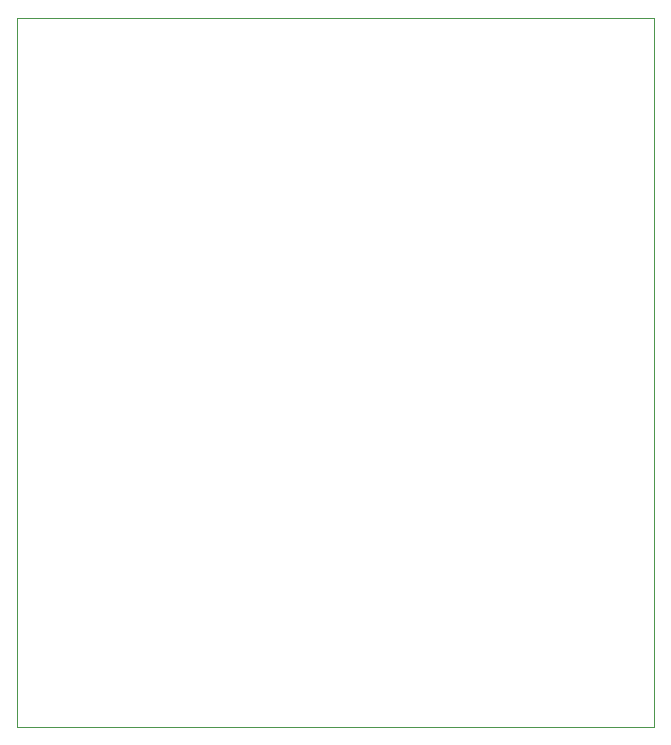
<source format=gbr>
%TF.GenerationSoftware,KiCad,Pcbnew,8.0.2-8.0.2-0~ubuntu22.04.1*%
%TF.CreationDate,2024-05-27T12:02:15+10:00*%
%TF.ProjectId,podal_1590b,706f6461-6c5f-4313-9539-30622e6b6963,0.3*%
%TF.SameCoordinates,Original*%
%TF.FileFunction,Profile,NP*%
%FSLAX46Y46*%
G04 Gerber Fmt 4.6, Leading zero omitted, Abs format (unit mm)*
G04 Created by KiCad (PCBNEW 8.0.2-8.0.2-0~ubuntu22.04.1) date 2024-05-27 12:02:15*
%MOMM*%
%LPD*%
G01*
G04 APERTURE LIST*
%TA.AperFunction,Profile*%
%ADD10C,0.100000*%
%TD*%
G04 APERTURE END LIST*
D10*
X100000000Y-50000000D02*
X154000000Y-50000000D01*
X154000000Y-110000000D01*
X100000000Y-110000000D01*
X100000000Y-50000000D01*
M02*

</source>
